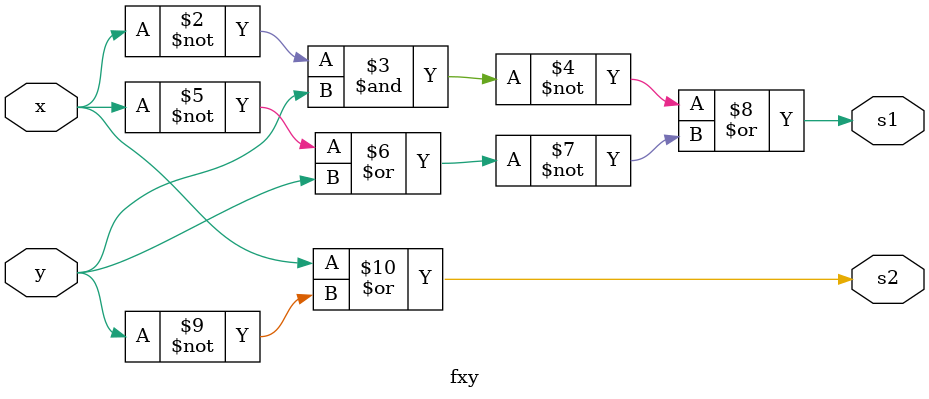
<source format=v>
/*
	Guia_0402d.v
	842536 - Mateus Henrique Medeiros Diniz
*/

module Guia_0402d;
	reg x, y;
	wire s1;
	wire s2;
	
	fxy f ( s1, s2, x, y);
	
	initial 
	begin: main
		integer i;

		$display("s1 = (x' . y)' + (x' + y)'");
		$display("s2 = x + y'");
		$display("x y | s1 | s2");
		$monitor("%b %b | %b  | %b", x, y, s1, s2);
		
		x = 0;
		y = 0;
		
		for(i = 0; i < 3; i++) begin
			#1;
			y = ~y;
			if((i + 1) % 2 == 0) begin
				x = ~x;
			end
		end
	end
endmodule

module fxy (output s1, s2, input x, y);
	assign s1 = ~(~x & y) | ~(~x | y);
	assign s2 = x | ~y;
endmodule
</source>
